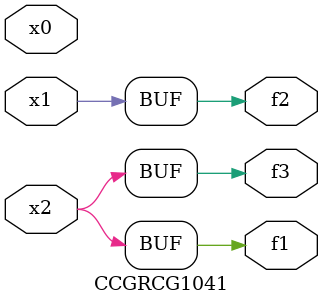
<source format=v>
module CCGRCG1041(
	input x0, x1, x2,
	output f1, f2, f3
);
	assign f1 = x2;
	assign f2 = x1;
	assign f3 = x2;
endmodule

</source>
